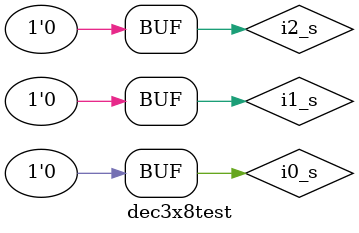
<source format=v>
`timescale 1ns / 1ps

module dec3x8test();

	reg i2_s, i1_s, i0_s;
	wire d7_s, d6_s, d5_s, d4_s, d3_s, d2_s, d1_s, d0_s;
	
	dec3x8 dec3x8_s(i2_s, i1_s, i0_s, d7_s, d6_s, d5_s, d4_s, d3_s, d2_s, d1_s, d0_s);

	initial begin
		i2_s <= 1; i1_s <= 1; i0_s <= 1;
		#10 i2_s <= 1; i1_s <= 1; i0_s <= 0;
		#10 i2_s <= 1; i1_s <= 0; i0_s <= 1;
		#10 i2_s <= 1; i1_s <= 0; i0_s <= 0;
		#10 i2_s <= 0; i1_s <= 1; i0_s <= 1;
		#10 i2_s <= 0; i1_s <= 1; i0_s <= 0;
		#10 i2_s <= 0; i1_s <= 0; i0_s <= 1;
		#10 i2_s <= 0; i1_s <= 0; i0_s <= 0;
	end

endmodule

</source>
